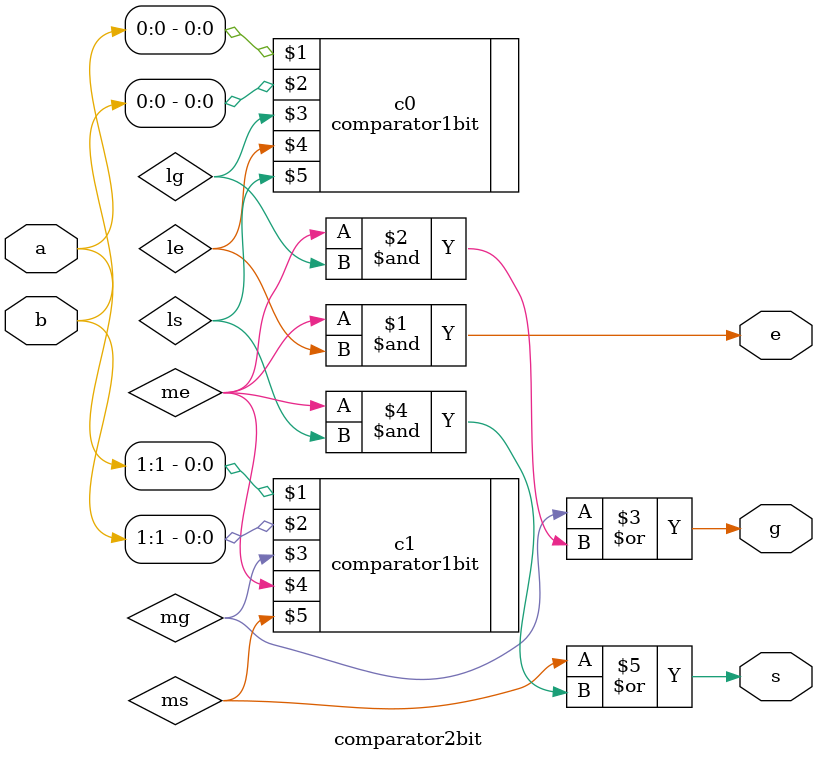
<source format=v>
`timescale 1ns / 1ps


module comparator2bit(
    input  [1:0] a,
    input  [1:0] b,
    output  g,
    output  e,
    output  s
    ); 
    wire mg,me,ms,le,lg,ls;
comparator1bit c1 (a[1],b[1],mg,me,ms);               
comparator1bit c0 (a[0],b[0],lg,le,ls);
assign e = me & le ;
assign g = mg | ( me & lg );
assign s = ms | ( me & ls );    
endmodule

</source>
